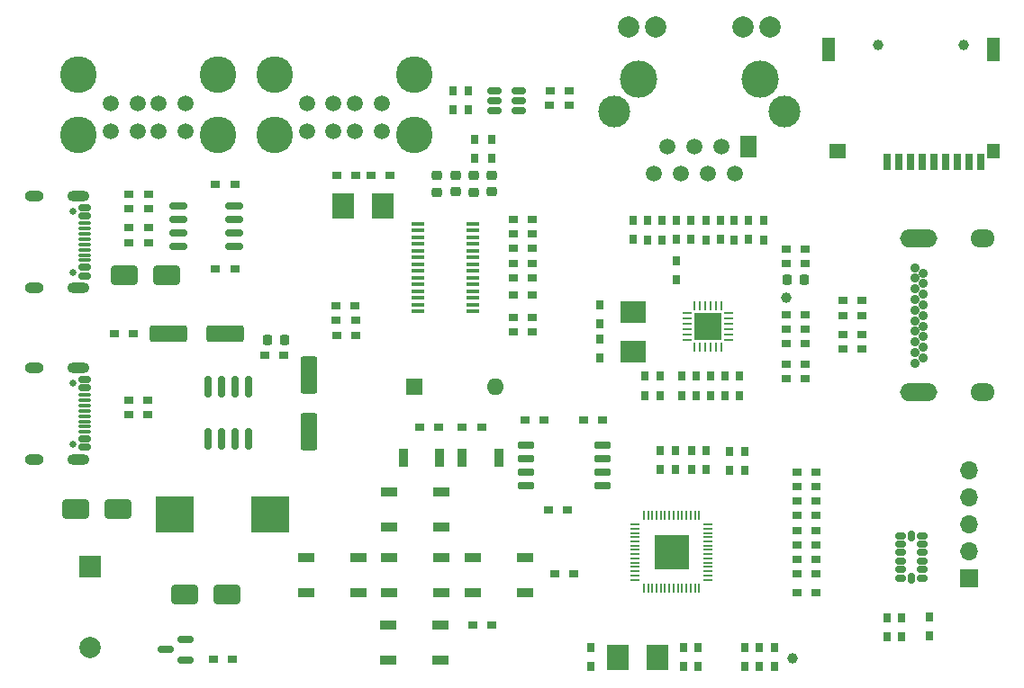
<source format=gbr>
%TF.GenerationSoftware,KiCad,Pcbnew,8.0.9-8.0.9-0~ubuntu24.04.1*%
%TF.CreationDate,2025-02-27T11:28:28+07:00*%
%TF.ProjectId,rp2040_dev,72703230-3430-45f6-9465-762e6b696361,rev?*%
%TF.SameCoordinates,Original*%
%TF.FileFunction,Soldermask,Top*%
%TF.FilePolarity,Negative*%
%FSLAX46Y46*%
G04 Gerber Fmt 4.6, Leading zero omitted, Abs format (unit mm)*
G04 Created by KiCad (PCBNEW 8.0.9-8.0.9-0~ubuntu24.04.1) date 2025-02-27 11:28:28*
%MOMM*%
%LPD*%
G01*
G04 APERTURE LIST*
G04 Aperture macros list*
%AMRoundRect*
0 Rectangle with rounded corners*
0 $1 Rounding radius*
0 $2 $3 $4 $5 $6 $7 $8 $9 X,Y pos of 4 corners*
0 Add a 4 corners polygon primitive as box body*
4,1,4,$2,$3,$4,$5,$6,$7,$8,$9,$2,$3,0*
0 Add four circle primitives for the rounded corners*
1,1,$1+$1,$2,$3*
1,1,$1+$1,$4,$5*
1,1,$1+$1,$6,$7*
1,1,$1+$1,$8,$9*
0 Add four rect primitives between the rounded corners*
20,1,$1+$1,$2,$3,$4,$5,0*
20,1,$1+$1,$4,$5,$6,$7,0*
20,1,$1+$1,$6,$7,$8,$9,0*
20,1,$1+$1,$8,$9,$2,$3,0*%
G04 Aperture macros list end*
%ADD10R,0.800000X0.900000*%
%ADD11RoundRect,0.250000X1.000000X0.650000X-1.000000X0.650000X-1.000000X-0.650000X1.000000X-0.650000X0*%
%ADD12R,0.900000X0.800000*%
%ADD13C,3.500000*%
%ADD14R,1.500000X2.000000*%
%ADD15C,1.500000*%
%ADD16C,2.000000*%
%ADD17C,3.000000*%
%ADD18C,1.000000*%
%ADD19RoundRect,0.250000X-1.500000X-0.550000X1.500000X-0.550000X1.500000X0.550000X-1.500000X0.550000X0*%
%ADD20R,1.700000X1.700000*%
%ADD21O,1.700000X1.700000*%
%ADD22R,1.200000X0.400000*%
%ADD23RoundRect,0.062500X-0.375000X-0.062500X0.375000X-0.062500X0.375000X0.062500X-0.375000X0.062500X0*%
%ADD24RoundRect,0.062500X-0.062500X-0.375000X0.062500X-0.375000X0.062500X0.375000X-0.062500X0.375000X0*%
%ADD25R,2.500000X2.500000*%
%ADD26C,0.904000*%
%ADD27O,2.304000X1.704000*%
%ADD28O,3.504000X1.704000*%
%ADD29RoundRect,0.150000X-0.650000X-0.150000X0.650000X-0.150000X0.650000X0.150000X-0.650000X0.150000X0*%
%ADD30C,0.650000*%
%ADD31RoundRect,0.150000X-0.425000X0.150000X-0.425000X-0.150000X0.425000X-0.150000X0.425000X0.150000X0*%
%ADD32RoundRect,0.075000X-0.500000X0.075000X-0.500000X-0.075000X0.500000X-0.075000X0.500000X0.075000X0*%
%ADD33O,2.100000X1.000000*%
%ADD34O,1.800000X1.000000*%
%ADD35RoundRect,0.090000X-0.660000X-0.360000X0.660000X-0.360000X0.660000X0.360000X-0.660000X0.360000X0*%
%ADD36RoundRect,0.150000X-0.675000X-0.150000X0.675000X-0.150000X0.675000X0.150000X-0.675000X0.150000X0*%
%ADD37C,3.450000*%
%ADD38R,0.900000X1.700000*%
%ADD39RoundRect,0.150000X0.150000X-0.825000X0.150000X0.825000X-0.150000X0.825000X-0.150000X-0.825000X0*%
%ADD40RoundRect,0.150000X-0.512500X-0.150000X0.512500X-0.150000X0.512500X0.150000X-0.512500X0.150000X0*%
%ADD41R,2.000000X2.400000*%
%ADD42RoundRect,0.150000X0.325000X0.150000X-0.325000X0.150000X-0.325000X-0.150000X0.325000X-0.150000X0*%
%ADD43RoundRect,0.150000X0.150000X0.325000X-0.150000X0.325000X-0.150000X-0.325000X0.150000X-0.325000X0*%
%ADD44R,0.700000X1.600000*%
%ADD45R,1.200000X1.400000*%
%ADD46R,1.200000X2.200000*%
%ADD47R,1.600000X1.400000*%
%ADD48R,2.000000X2.000000*%
%ADD49R,3.550000X3.500000*%
%ADD50RoundRect,0.090000X0.660000X0.360000X-0.660000X0.360000X-0.660000X-0.360000X0.660000X-0.360000X0*%
%ADD51RoundRect,0.150000X0.587500X0.150000X-0.587500X0.150000X-0.587500X-0.150000X0.587500X-0.150000X0*%
%ADD52RoundRect,0.250000X0.550000X-1.500000X0.550000X1.500000X-0.550000X1.500000X-0.550000X-1.500000X0*%
%ADD53RoundRect,0.050000X-0.387500X-0.050000X0.387500X-0.050000X0.387500X0.050000X-0.387500X0.050000X0*%
%ADD54RoundRect,0.050000X-0.050000X-0.387500X0.050000X-0.387500X0.050000X0.387500X-0.050000X0.387500X0*%
%ADD55R,3.200000X3.200000*%
%ADD56RoundRect,0.218750X-0.256250X0.218750X-0.256250X-0.218750X0.256250X-0.218750X0.256250X0.218750X0*%
%ADD57R,1.600000X1.600000*%
%ADD58O,1.600000X1.600000*%
%ADD59RoundRect,0.218750X0.256250X-0.218750X0.256250X0.218750X-0.256250X0.218750X-0.256250X-0.218750X0*%
%ADD60R,2.400000X2.000000*%
%ADD61RoundRect,0.218750X0.218750X0.256250X-0.218750X0.256250X-0.218750X-0.256250X0.218750X-0.256250X0*%
G04 APERTURE END LIST*
D10*
%TO.C,R62*%
X172413000Y-105634000D03*
X172413000Y-107434000D03*
%TD*%
D11*
%TO.C,D1*%
X116717500Y-118130000D03*
X112717500Y-118130000D03*
%TD*%
D10*
%TO.C,C32*%
X167871000Y-92779869D03*
X167871000Y-90979869D03*
%TD*%
D12*
%TO.C,R34*%
X151850000Y-129080000D03*
X150050000Y-129080000D03*
%TD*%
D13*
%TO.C,J8*%
X165686000Y-77647000D03*
X177086000Y-77647000D03*
D14*
X175946000Y-83987000D03*
D15*
X174676000Y-86527000D03*
X173406000Y-83987000D03*
X172136000Y-86527000D03*
X170866000Y-83987000D03*
X169596000Y-86527000D03*
X168326000Y-83987000D03*
X167056000Y-86527000D03*
D16*
X177966000Y-72747000D03*
X175426000Y-72747000D03*
X167266000Y-72747000D03*
X164726000Y-72747000D03*
D17*
X163386000Y-80747000D03*
X179386000Y-80747000D03*
%TD*%
D18*
%TO.C,TP1*%
X180154000Y-132192000D03*
%TD*%
D12*
%TO.C,C41*%
X179522065Y-95060000D03*
X181322065Y-95060000D03*
%TD*%
%TO.C,R11*%
X117740000Y-109226000D03*
X119540000Y-109226000D03*
%TD*%
D10*
%TO.C,C21*%
X161124000Y-131147066D03*
X161124000Y-132947066D03*
%TD*%
D19*
%TO.C,C12*%
X126822000Y-101627000D03*
X121422000Y-101627000D03*
%TD*%
D20*
%TO.C,J4*%
X196710000Y-124645000D03*
D21*
X196710000Y-122105000D03*
X196710000Y-119565000D03*
X196710000Y-117025000D03*
X196710000Y-114485000D03*
%TD*%
D12*
%TO.C,R29*%
X186681000Y-103097750D03*
X184881000Y-103097750D03*
%TD*%
%TO.C,C29*%
X137213000Y-98987000D03*
X139013000Y-98987000D03*
%TD*%
D22*
%TO.C,U8*%
X144890000Y-91289000D03*
X144890000Y-91924000D03*
X144890000Y-92559000D03*
X144890000Y-93194000D03*
X144890000Y-93829000D03*
X144890000Y-94464000D03*
X144890000Y-95099000D03*
X144890000Y-95734000D03*
X144890000Y-96369000D03*
X144890000Y-97004000D03*
X144890000Y-97639000D03*
X144890000Y-98274000D03*
X144890000Y-98909000D03*
X144890000Y-99544000D03*
X150090000Y-99544000D03*
X150090000Y-98909000D03*
X150090000Y-98274000D03*
X150090000Y-97639000D03*
X150090000Y-97004000D03*
X150090000Y-96369000D03*
X150090000Y-95734000D03*
X150090000Y-95099000D03*
X150090000Y-94464000D03*
X150090000Y-93829000D03*
X150090000Y-93194000D03*
X150090000Y-92559000D03*
X150090000Y-91924000D03*
X150090000Y-91289000D03*
%TD*%
D23*
%TO.C,U9*%
X170236500Y-99702500D03*
X170236500Y-100202500D03*
X170236500Y-100702500D03*
X170236500Y-101202500D03*
X170236500Y-101702500D03*
X170236500Y-102202500D03*
D24*
X170924000Y-102890000D03*
X171424000Y-102890000D03*
X171924000Y-102890000D03*
X172424000Y-102890000D03*
X172924000Y-102890000D03*
X173424000Y-102890000D03*
D23*
X174111500Y-102202500D03*
X174111500Y-101702500D03*
X174111500Y-101202500D03*
X174111500Y-100702500D03*
X174111500Y-100202500D03*
X174111500Y-99702500D03*
D24*
X173424000Y-99015000D03*
X172924000Y-99015000D03*
X172424000Y-99015000D03*
X171924000Y-99015000D03*
X171424000Y-99015000D03*
X170924000Y-99015000D03*
D25*
X172174000Y-100952500D03*
%TD*%
D12*
%TO.C,R14*%
X117760000Y-91666000D03*
X119560000Y-91666000D03*
%TD*%
%TO.C,R24*%
X180545000Y-116045000D03*
X182345000Y-116045000D03*
%TD*%
%TO.C,R6*%
X149088000Y-110451000D03*
X150888000Y-110451000D03*
%TD*%
D10*
%TO.C,R36*%
X151839000Y-83301000D03*
X151839000Y-85101000D03*
%TD*%
D12*
%TO.C,R68*%
X153854000Y-93614000D03*
X155654000Y-93614000D03*
%TD*%
%TO.C,R7*%
X117757000Y-89881000D03*
X119557000Y-89881000D03*
%TD*%
%TO.C,R30*%
X186681000Y-101741750D03*
X184881000Y-101741750D03*
%TD*%
D26*
%TO.C,J5*%
X191633500Y-95407250D03*
X192383500Y-95907250D03*
X191633500Y-96407250D03*
X192383500Y-96907250D03*
X191633500Y-97407250D03*
X192383500Y-97907250D03*
X191633500Y-98407250D03*
X192383500Y-98907250D03*
X191633500Y-99407250D03*
X192383500Y-99907250D03*
X191633500Y-100407250D03*
X192383500Y-100907250D03*
X191633500Y-101407250D03*
X192383500Y-101907250D03*
X191633500Y-102407250D03*
X192383500Y-102907250D03*
X191633500Y-103407250D03*
X192383500Y-103907250D03*
X191633500Y-104407250D03*
D27*
X197958500Y-107157250D03*
X197958500Y-92657250D03*
D28*
X192008500Y-107157250D03*
X192008500Y-92657250D03*
%TD*%
D29*
%TO.C,U3*%
X155028000Y-112105000D03*
X155028000Y-113375000D03*
X155028000Y-114645000D03*
X155028000Y-115915000D03*
X162228000Y-115915000D03*
X162228000Y-114645000D03*
X162228000Y-113375000D03*
X162228000Y-112105000D03*
%TD*%
D10*
%TO.C,C44*%
X162013000Y-102134066D03*
X162013000Y-103934066D03*
%TD*%
D11*
%TO.C,D4*%
X126990000Y-126200000D03*
X122990000Y-126200000D03*
%TD*%
D12*
%TO.C,C26*%
X155674000Y-90910000D03*
X153874000Y-90910000D03*
%TD*%
%TO.C,R3*%
X130517000Y-103631000D03*
X132317000Y-103631000D03*
%TD*%
D30*
%TO.C,J1*%
X112491000Y-106238000D03*
X112491000Y-112018000D03*
D31*
X113566000Y-105928000D03*
X113566000Y-106728000D03*
D32*
X113566000Y-107878000D03*
X113566000Y-108878000D03*
X113566000Y-109378000D03*
X113566000Y-110378000D03*
D31*
X113566000Y-111528000D03*
X113566000Y-112328000D03*
X113566000Y-112328000D03*
X113566000Y-111528000D03*
D32*
X113566000Y-110878000D03*
X113566000Y-109878000D03*
X113566000Y-108378000D03*
X113566000Y-107378000D03*
D31*
X113566000Y-106728000D03*
X113566000Y-105928000D03*
D33*
X112991000Y-104808000D03*
D34*
X108811000Y-104808000D03*
D33*
X112991000Y-113448000D03*
D34*
X108811000Y-113448000D03*
%TD*%
D35*
%TO.C,D8*%
X134378000Y-122740000D03*
X134378000Y-126040000D03*
X139278000Y-126040000D03*
X139278000Y-122740000D03*
%TD*%
D12*
%TO.C,R18*%
X180545000Y-124232000D03*
X182345000Y-124232000D03*
%TD*%
%TO.C,R31*%
X184858000Y-99901750D03*
X186658000Y-99901750D03*
%TD*%
%TO.C,R19*%
X180545000Y-122847000D03*
X182345000Y-122847000D03*
%TD*%
D36*
%TO.C,U5*%
X122417000Y-89599000D03*
X122417000Y-90869000D03*
X122417000Y-92139000D03*
X122417000Y-93409000D03*
X127667000Y-93409000D03*
X127667000Y-92139000D03*
X127667000Y-90869000D03*
X127667000Y-89599000D03*
%TD*%
D10*
%TO.C,C18*%
X167681000Y-112630632D03*
X167681000Y-114430632D03*
%TD*%
D12*
%TO.C,R37*%
X137242000Y-101750000D03*
X139042000Y-101750000D03*
%TD*%
D10*
%TO.C,C15*%
X177005000Y-132988000D03*
X177005000Y-131188000D03*
%TD*%
D12*
%TO.C,R27*%
X153854000Y-100068000D03*
X155654000Y-100068000D03*
%TD*%
D10*
%TO.C,C17*%
X178446000Y-132988000D03*
X178446000Y-131188000D03*
%TD*%
D12*
%TO.C,R55*%
X179513000Y-102574000D03*
X181313000Y-102574000D03*
%TD*%
D11*
%TO.C,D2*%
X121283500Y-96103000D03*
X117283500Y-96103000D03*
%TD*%
D12*
%TO.C,C13*%
X116373066Y-101651000D03*
X118173066Y-101651000D03*
%TD*%
D15*
%TO.C,J7*%
X141477000Y-82592000D03*
X138977000Y-82592000D03*
X136977000Y-82592000D03*
X134477000Y-82592000D03*
X141477000Y-79972000D03*
X138977000Y-79972000D03*
X136977000Y-79972000D03*
X134477000Y-79972000D03*
D37*
X144547000Y-77262000D03*
X131407000Y-77262000D03*
X144547000Y-82942000D03*
X131407000Y-82942000D03*
%TD*%
D10*
%TO.C,C36*%
X169228000Y-90970000D03*
X169228000Y-92770000D03*
%TD*%
D38*
%TO.C,SW2*%
X143520000Y-113280000D03*
X146920000Y-113280000D03*
%TD*%
D10*
%TO.C,R44*%
X166525000Y-92779934D03*
X166525000Y-90979934D03*
%TD*%
D38*
%TO.C,SW1*%
X152487000Y-113280000D03*
X149087000Y-113280000D03*
%TD*%
D10*
%TO.C,R35*%
X150216000Y-83301000D03*
X150216000Y-85101000D03*
%TD*%
%TO.C,C38*%
X170598000Y-90970000D03*
X170598000Y-92770000D03*
%TD*%
%TO.C,C5*%
X175597000Y-132988000D03*
X175597000Y-131188000D03*
%TD*%
D12*
%TO.C,C23*%
X159113000Y-78747500D03*
X157313000Y-78747500D03*
%TD*%
D39*
%TO.C,U2*%
X125141000Y-111554000D03*
X126411000Y-111554000D03*
X127681000Y-111554000D03*
X128951000Y-111554000D03*
X128951000Y-106604000D03*
X127681000Y-106604000D03*
X126411000Y-106604000D03*
X125141000Y-106604000D03*
%TD*%
D40*
%TO.C,U7*%
X152070500Y-78746500D03*
X152070500Y-79696500D03*
X152070500Y-80646500D03*
X154345500Y-80646500D03*
X154345500Y-79696500D03*
X154345500Y-78746500D03*
%TD*%
D12*
%TO.C,R28*%
X184866000Y-98511750D03*
X186666000Y-98511750D03*
%TD*%
%TO.C,C28*%
X137237000Y-100384000D03*
X139037000Y-100384000D03*
%TD*%
D10*
%TO.C,R4*%
X190410000Y-128340000D03*
X190410000Y-130140000D03*
%TD*%
D15*
%TO.C,J6*%
X123041000Y-82592000D03*
X120541000Y-82592000D03*
X118541000Y-82592000D03*
X116041000Y-82592000D03*
X123041000Y-79972000D03*
X120541000Y-79972000D03*
X118541000Y-79972000D03*
X116041000Y-79972000D03*
D37*
X126111000Y-77262000D03*
X112971000Y-77262000D03*
X126111000Y-82942000D03*
X112971000Y-82942000D03*
%TD*%
D12*
%TO.C,C19*%
X125894000Y-95519000D03*
X127694000Y-95519000D03*
%TD*%
%TO.C,C3*%
X160442000Y-109743000D03*
X162242000Y-109743000D03*
%TD*%
D41*
%TO.C,Y2*%
X137895000Y-89594500D03*
X141595000Y-89594500D03*
%TD*%
D10*
%TO.C,C16*%
X169101000Y-112630632D03*
X169101000Y-114430632D03*
%TD*%
D12*
%TO.C,C33*%
X181322935Y-104472000D03*
X179522935Y-104472000D03*
%TD*%
D42*
%TO.C,U4*%
X192292500Y-124637500D03*
X192292500Y-123837500D03*
X192292500Y-123037500D03*
X192292500Y-122237500D03*
X192292500Y-121437500D03*
X192292500Y-120637500D03*
D43*
X191292500Y-120637500D03*
D42*
X190292500Y-120637500D03*
X190292500Y-121437500D03*
X190292500Y-122237500D03*
X190292500Y-123037500D03*
X190292500Y-123837500D03*
X190292500Y-124637500D03*
D43*
X191292500Y-124637500D03*
%TD*%
D12*
%TO.C,C1*%
X157178000Y-118259000D03*
X158978000Y-118259000D03*
%TD*%
%TO.C,R2*%
X154954000Y-109742500D03*
X156754000Y-109742500D03*
%TD*%
D18*
%TO.C,J3*%
X196190000Y-74459395D03*
X188200000Y-74459395D03*
D44*
X189000000Y-85409395D03*
X190100000Y-85409395D03*
X191200000Y-85409395D03*
X192300000Y-85409395D03*
X193400000Y-85409395D03*
X194500000Y-85409395D03*
X195600000Y-85409395D03*
X196700000Y-85409395D03*
X197800000Y-85409395D03*
D45*
X199000000Y-84459395D03*
D46*
X199000000Y-74859395D03*
D47*
X184400000Y-84459395D03*
D46*
X183500000Y-74859395D03*
%TD*%
D12*
%TO.C,C2*%
X157780000Y-124190000D03*
X159580000Y-124190000D03*
%TD*%
%TO.C,C45*%
X181322935Y-101189000D03*
X179522935Y-101189000D03*
%TD*%
D48*
%TO.C,BZ1*%
X114070000Y-123550000D03*
D16*
X114070000Y-131150000D03*
%TD*%
D30*
%TO.C,J2*%
X112491000Y-90074000D03*
X112491000Y-95854000D03*
D31*
X113566000Y-89764000D03*
X113566000Y-90564000D03*
D32*
X113566000Y-91714000D03*
X113566000Y-92714000D03*
X113566000Y-93214000D03*
X113566000Y-94214000D03*
D31*
X113566000Y-95364000D03*
X113566000Y-96164000D03*
X113566000Y-96164000D03*
X113566000Y-95364000D03*
D32*
X113566000Y-94714000D03*
X113566000Y-93714000D03*
X113566000Y-92214000D03*
X113566000Y-91214000D03*
D31*
X113566000Y-90564000D03*
X113566000Y-89764000D03*
D33*
X112991000Y-88644000D03*
D34*
X108811000Y-88644000D03*
D33*
X112991000Y-97284000D03*
D34*
X108811000Y-97284000D03*
%TD*%
D10*
%TO.C,C11*%
X174211000Y-112682066D03*
X174211000Y-114482066D03*
%TD*%
D12*
%TO.C,C7*%
X182306000Y-125987000D03*
X180506000Y-125987000D03*
%TD*%
D49*
%TO.C,L1*%
X122055000Y-118642500D03*
X131005000Y-118642500D03*
%TD*%
D12*
%TO.C,C30*%
X140487000Y-86755500D03*
X142287000Y-86755500D03*
%TD*%
%TO.C,R9*%
X146891000Y-110445000D03*
X145091000Y-110445000D03*
%TD*%
D10*
%TO.C,R63*%
X173778000Y-105634000D03*
X173778000Y-107434000D03*
%TD*%
%TO.C,R54*%
X175142000Y-105634000D03*
X175142000Y-107434000D03*
%TD*%
D12*
%TO.C,R26*%
X180545000Y-114680000D03*
X182345000Y-114680000D03*
%TD*%
D10*
%TO.C,R10*%
X170621000Y-112630566D03*
X170621000Y-114430566D03*
%TD*%
D12*
%TO.C,C34*%
X181322935Y-105832000D03*
X179522935Y-105832000D03*
%TD*%
D10*
%TO.C,R43*%
X177376000Y-92779934D03*
X177376000Y-90979934D03*
%TD*%
D12*
%TO.C,R13*%
X117760000Y-93039000D03*
X119560000Y-93039000D03*
%TD*%
%TO.C,C24*%
X155674000Y-96394000D03*
X153874000Y-96394000D03*
%TD*%
D50*
%TO.C,D9*%
X147020000Y-132378000D03*
X147020000Y-129078000D03*
X142120000Y-129078000D03*
X142120000Y-132378000D03*
%TD*%
D12*
%TO.C,C27*%
X155647000Y-97950000D03*
X153847000Y-97950000D03*
%TD*%
%TO.C,R20*%
X180545000Y-121484000D03*
X182345000Y-121484000D03*
%TD*%
%TO.C,R22*%
X180545000Y-118767000D03*
X182345000Y-118767000D03*
%TD*%
D18*
%TO.C,TP2*%
X179498000Y-98221500D03*
%TD*%
D10*
%TO.C,C4*%
X192960000Y-130110000D03*
X192960000Y-128310000D03*
%TD*%
D12*
%TO.C,R23*%
X180545000Y-117405000D03*
X182345000Y-117405000D03*
%TD*%
D10*
%TO.C,C39*%
X166254000Y-105642500D03*
X166254000Y-107442500D03*
%TD*%
D51*
%TO.C,Q1*%
X123086500Y-132327500D03*
X123086500Y-130427500D03*
X121211500Y-131377500D03*
%TD*%
D52*
%TO.C,C14*%
X134662000Y-110887000D03*
X134662000Y-105487000D03*
%TD*%
D10*
%TO.C,C46*%
X162013000Y-100711000D03*
X162013000Y-98911000D03*
%TD*%
%TO.C,C6*%
X148240000Y-80559000D03*
X148240000Y-78759000D03*
%TD*%
%TO.C,R45*%
X171955000Y-92779934D03*
X171955000Y-90979934D03*
%TD*%
%TO.C,R42*%
X174661000Y-92779934D03*
X174661000Y-90979934D03*
%TD*%
D35*
%TO.C,D7*%
X142220000Y-122740000D03*
X142220000Y-126040000D03*
X147120000Y-126040000D03*
X147120000Y-122740000D03*
%TD*%
D53*
%TO.C,U6*%
X165303500Y-119580000D03*
X165303500Y-119980000D03*
X165303500Y-120380000D03*
X165303500Y-120780000D03*
X165303500Y-121180000D03*
X165303500Y-121580000D03*
X165303500Y-121980000D03*
X165303500Y-122380000D03*
X165303500Y-122780000D03*
X165303500Y-123180000D03*
X165303500Y-123580000D03*
X165303500Y-123980000D03*
X165303500Y-124380000D03*
X165303500Y-124780000D03*
D54*
X166141000Y-125617500D03*
X166541000Y-125617500D03*
X166941000Y-125617500D03*
X167341000Y-125617500D03*
X167741000Y-125617500D03*
X168141000Y-125617500D03*
X168541000Y-125617500D03*
X168941000Y-125617500D03*
X169341000Y-125617500D03*
X169741000Y-125617500D03*
X170141000Y-125617500D03*
X170541000Y-125617500D03*
X170941000Y-125617500D03*
X171341000Y-125617500D03*
D53*
X172178500Y-124780000D03*
X172178500Y-124380000D03*
X172178500Y-123980000D03*
X172178500Y-123580000D03*
X172178500Y-123180000D03*
X172178500Y-122780000D03*
X172178500Y-122380000D03*
X172178500Y-121980000D03*
X172178500Y-121580000D03*
X172178500Y-121180000D03*
X172178500Y-120780000D03*
X172178500Y-120380000D03*
X172178500Y-119980000D03*
X172178500Y-119580000D03*
D54*
X171341000Y-118742500D03*
X170941000Y-118742500D03*
X170541000Y-118742500D03*
X170141000Y-118742500D03*
X169741000Y-118742500D03*
X169341000Y-118742500D03*
X168941000Y-118742500D03*
X168541000Y-118742500D03*
X168141000Y-118742500D03*
X167741000Y-118742500D03*
X167341000Y-118742500D03*
X166941000Y-118742500D03*
X166541000Y-118742500D03*
X166141000Y-118742500D03*
D55*
X168741000Y-122180000D03*
%TD*%
D12*
%TO.C,C40*%
X179522065Y-93661000D03*
X181322065Y-93661000D03*
%TD*%
D56*
%TO.C,D10*%
X146652000Y-86720000D03*
X146652000Y-88295000D03*
%TD*%
D12*
%TO.C,R33*%
X127500000Y-132300000D03*
X125700000Y-132300000D03*
%TD*%
D10*
%TO.C,R60*%
X169691000Y-105634000D03*
X169691000Y-107434000D03*
%TD*%
D12*
%TO.C,C31*%
X139058369Y-86755500D03*
X137258369Y-86755500D03*
%TD*%
D10*
%TO.C,C35*%
X167644000Y-105642500D03*
X167644000Y-107442500D03*
%TD*%
D57*
%TO.C,SW4*%
X144599000Y-106634000D03*
D58*
X152219000Y-106634000D03*
%TD*%
D10*
%TO.C,R15*%
X171982000Y-112630566D03*
X171982000Y-114430566D03*
%TD*%
%TO.C,R64*%
X169240000Y-96528000D03*
X169240000Y-94728000D03*
%TD*%
D12*
%TO.C,R12*%
X117740000Y-107879000D03*
X119540000Y-107879000D03*
%TD*%
D41*
%TO.C,Y1*%
X167414000Y-132073000D03*
X163714000Y-132073000D03*
%TD*%
D12*
%TO.C,R32*%
X155664000Y-101429000D03*
X153864000Y-101429000D03*
%TD*%
D10*
%TO.C,C9*%
X175617000Y-112682066D03*
X175617000Y-114482066D03*
%TD*%
D59*
%TO.C,D13*%
X151821000Y-88255000D03*
X151821000Y-86680000D03*
%TD*%
D12*
%TO.C,R69*%
X153854000Y-92261000D03*
X155654000Y-92261000D03*
%TD*%
%TO.C,R8*%
X117757000Y-88515000D03*
X119557000Y-88515000D03*
%TD*%
%TO.C,R66*%
X179513000Y-99834000D03*
X181313000Y-99834000D03*
%TD*%
D56*
%TO.C,D12*%
X150161000Y-86720000D03*
X150161000Y-88295000D03*
%TD*%
D60*
%TO.C,Y3*%
X165131000Y-99582000D03*
X165131000Y-103282000D03*
%TD*%
D10*
%TO.C,R16*%
X169852000Y-132957000D03*
X169852000Y-131157000D03*
%TD*%
D35*
%TO.C,D6*%
X142170000Y-116502000D03*
X142170000Y-119802000D03*
X147070000Y-119802000D03*
X147070000Y-116502000D03*
%TD*%
D61*
%TO.C,FB1*%
X181205500Y-96571000D03*
X179630500Y-96571000D03*
%TD*%
D10*
%TO.C,R5*%
X189056000Y-128340000D03*
X189056000Y-130140000D03*
%TD*%
D50*
%TO.C,D5*%
X154940000Y-126030000D03*
X154940000Y-122730000D03*
X150040000Y-122730000D03*
X150040000Y-126030000D03*
%TD*%
D10*
%TO.C,C42*%
X173337000Y-90970000D03*
X173337000Y-92770000D03*
%TD*%
%TO.C,C8*%
X149610000Y-80577066D03*
X149610000Y-78777066D03*
%TD*%
D12*
%TO.C,C25*%
X155670000Y-94994000D03*
X153870000Y-94994000D03*
%TD*%
%TO.C,R21*%
X180545000Y-120122000D03*
X182345000Y-120122000D03*
%TD*%
D61*
%TO.C,D3*%
X132339500Y-102207000D03*
X130764500Y-102207000D03*
%TD*%
D12*
%TO.C,C20*%
X125894000Y-87609000D03*
X127694000Y-87609000D03*
%TD*%
D10*
%TO.C,C22*%
X171205000Y-131147066D03*
X171205000Y-132947066D03*
%TD*%
%TO.C,R59*%
X171053000Y-105634000D03*
X171053000Y-107434000D03*
%TD*%
D59*
%TO.C,D11*%
X148435000Y-88255000D03*
X148435000Y-86680000D03*
%TD*%
D10*
%TO.C,C37*%
X165148000Y-90970000D03*
X165148000Y-92770000D03*
%TD*%
D12*
%TO.C,R17*%
X159103000Y-80125500D03*
X157303000Y-80125500D03*
%TD*%
D10*
%TO.C,C43*%
X176016000Y-90970000D03*
X176016000Y-92770000D03*
%TD*%
M02*

</source>
